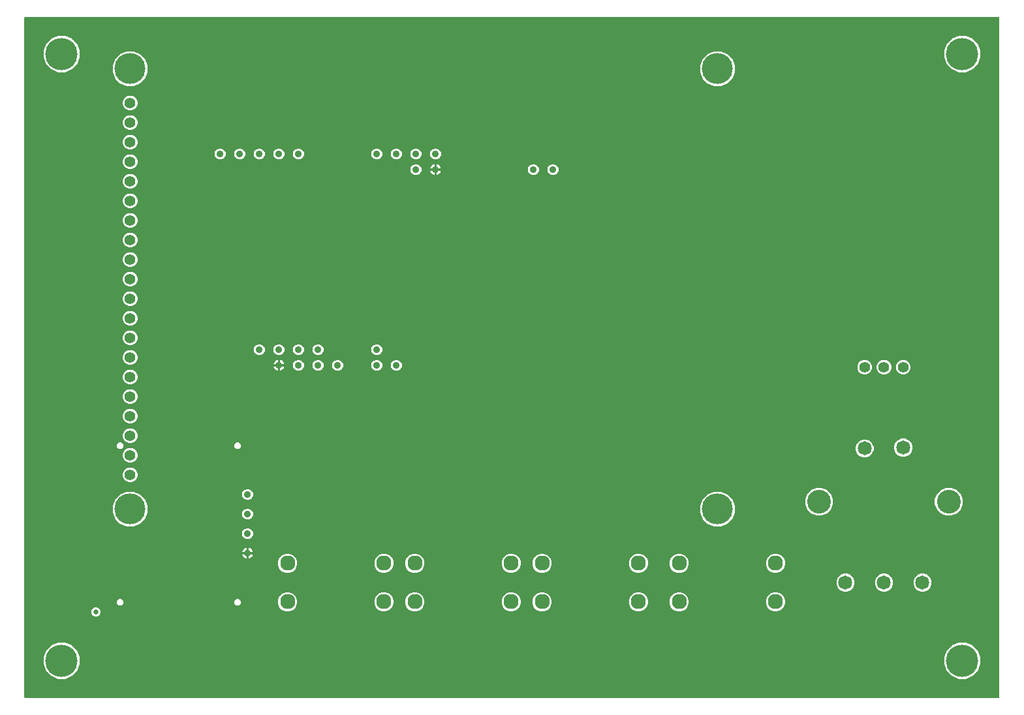
<source format=gbr>
G04 EAGLE Gerber RS-274X export*
G75*
%MOMM*%
%FSLAX34Y34*%
%LPD*%
%INCopper Layer 15*%
%IPPOS*%
%AMOC8*
5,1,8,0,0,1.08239X$1,22.5*%
G01*
%ADD10C,1.960000*%
%ADD11C,1.400000*%
%ADD12C,0.904800*%
%ADD13C,1.820000*%
%ADD14C,3.080000*%
%ADD15C,4.016000*%
%ADD16C,4.191000*%
%ADD17C,0.654800*%

G36*
X1266308Y2556D02*
X1266308Y2556D01*
X1266427Y2563D01*
X1266465Y2576D01*
X1266506Y2581D01*
X1266616Y2624D01*
X1266729Y2661D01*
X1266764Y2683D01*
X1266801Y2698D01*
X1266897Y2767D01*
X1266998Y2831D01*
X1267026Y2861D01*
X1267059Y2884D01*
X1267135Y2976D01*
X1267216Y3063D01*
X1267236Y3098D01*
X1267261Y3129D01*
X1267312Y3237D01*
X1267370Y3341D01*
X1267380Y3381D01*
X1267397Y3417D01*
X1267419Y3534D01*
X1267449Y3649D01*
X1267453Y3709D01*
X1267457Y3729D01*
X1267455Y3750D01*
X1267459Y3810D01*
X1267459Y885190D01*
X1267444Y885308D01*
X1267437Y885427D01*
X1267424Y885465D01*
X1267419Y885506D01*
X1267376Y885616D01*
X1267339Y885729D01*
X1267317Y885764D01*
X1267302Y885801D01*
X1267233Y885897D01*
X1267169Y885998D01*
X1267139Y886026D01*
X1267116Y886059D01*
X1267024Y886135D01*
X1266937Y886216D01*
X1266902Y886236D01*
X1266871Y886261D01*
X1266763Y886312D01*
X1266659Y886370D01*
X1266619Y886380D01*
X1266583Y886397D01*
X1266466Y886419D01*
X1266351Y886449D01*
X1266291Y886453D01*
X1266271Y886457D01*
X1266250Y886455D01*
X1266190Y886459D01*
X3810Y886459D01*
X3692Y886444D01*
X3573Y886437D01*
X3535Y886424D01*
X3494Y886419D01*
X3384Y886376D01*
X3271Y886339D01*
X3236Y886317D01*
X3199Y886302D01*
X3103Y886233D01*
X3002Y886169D01*
X2974Y886139D01*
X2941Y886116D01*
X2865Y886024D01*
X2784Y885937D01*
X2764Y885902D01*
X2739Y885871D01*
X2688Y885763D01*
X2630Y885659D01*
X2620Y885619D01*
X2603Y885583D01*
X2581Y885466D01*
X2551Y885351D01*
X2547Y885291D01*
X2543Y885271D01*
X2545Y885250D01*
X2541Y885190D01*
X2541Y3810D01*
X2556Y3692D01*
X2563Y3573D01*
X2576Y3535D01*
X2581Y3494D01*
X2624Y3384D01*
X2661Y3271D01*
X2683Y3236D01*
X2698Y3199D01*
X2767Y3103D01*
X2831Y3002D01*
X2861Y2974D01*
X2884Y2941D01*
X2976Y2865D01*
X3063Y2784D01*
X3098Y2764D01*
X3129Y2739D01*
X3237Y2688D01*
X3341Y2630D01*
X3381Y2620D01*
X3417Y2603D01*
X3534Y2581D01*
X3649Y2551D01*
X3709Y2547D01*
X3729Y2543D01*
X3750Y2545D01*
X3810Y2541D01*
X1266190Y2541D01*
X1266308Y2556D01*
G37*
%LPC*%
G36*
X1214526Y814704D02*
X1214526Y814704D01*
X1205891Y818281D01*
X1199281Y824891D01*
X1195704Y833526D01*
X1195704Y842874D01*
X1199281Y851509D01*
X1205891Y858119D01*
X1214526Y861696D01*
X1223874Y861696D01*
X1232509Y858119D01*
X1239119Y851509D01*
X1242696Y842874D01*
X1242696Y833526D01*
X1239119Y824891D01*
X1232509Y818281D01*
X1223874Y814704D01*
X1214526Y814704D01*
G37*
%LPD*%
%LPC*%
G36*
X46126Y814704D02*
X46126Y814704D01*
X37491Y818281D01*
X30881Y824891D01*
X27304Y833526D01*
X27304Y842874D01*
X30881Y851509D01*
X37491Y858119D01*
X46126Y861696D01*
X55474Y861696D01*
X64109Y858119D01*
X70719Y851509D01*
X74296Y842874D01*
X74296Y833526D01*
X70719Y824891D01*
X64109Y818281D01*
X55474Y814704D01*
X46126Y814704D01*
G37*
%LPD*%
%LPC*%
G36*
X46126Y27304D02*
X46126Y27304D01*
X37491Y30881D01*
X30881Y37491D01*
X27304Y46126D01*
X27304Y55474D01*
X30881Y64109D01*
X37491Y70719D01*
X46126Y74296D01*
X55474Y74296D01*
X64109Y70719D01*
X70719Y64109D01*
X74296Y55474D01*
X74296Y46126D01*
X70719Y37491D01*
X64109Y30881D01*
X55474Y27304D01*
X46126Y27304D01*
G37*
%LPD*%
%LPC*%
G36*
X1214526Y27304D02*
X1214526Y27304D01*
X1205891Y30881D01*
X1199281Y37491D01*
X1195704Y46126D01*
X1195704Y55474D01*
X1199281Y64109D01*
X1205891Y70719D01*
X1214526Y74296D01*
X1223874Y74296D01*
X1232509Y70719D01*
X1239119Y64109D01*
X1242696Y55474D01*
X1242696Y46126D01*
X1239119Y37491D01*
X1232509Y30881D01*
X1223874Y27304D01*
X1214526Y27304D01*
G37*
%LPD*%
%LPC*%
G36*
X897200Y796529D02*
X897200Y796529D01*
X888886Y799973D01*
X882523Y806336D01*
X879079Y814650D01*
X879079Y823650D01*
X882523Y831964D01*
X888886Y838327D01*
X897200Y841771D01*
X906200Y841771D01*
X914514Y838327D01*
X920877Y831964D01*
X924321Y823650D01*
X924321Y814650D01*
X920877Y806336D01*
X914514Y799973D01*
X906200Y796529D01*
X897200Y796529D01*
G37*
%LPD*%
%LPC*%
G36*
X135200Y796529D02*
X135200Y796529D01*
X126886Y799973D01*
X120523Y806336D01*
X117079Y814650D01*
X117079Y823650D01*
X120523Y831964D01*
X126886Y838327D01*
X135200Y841771D01*
X144200Y841771D01*
X152514Y838327D01*
X158877Y831964D01*
X162321Y823650D01*
X162321Y814650D01*
X158877Y806336D01*
X152514Y799973D01*
X144200Y796529D01*
X135200Y796529D01*
G37*
%LPD*%
%LPC*%
G36*
X135200Y225029D02*
X135200Y225029D01*
X126886Y228473D01*
X120523Y234836D01*
X117079Y243150D01*
X117079Y252150D01*
X120523Y260464D01*
X126886Y266827D01*
X135200Y270271D01*
X144200Y270271D01*
X152514Y266827D01*
X158877Y260464D01*
X162321Y252150D01*
X162321Y243150D01*
X158877Y234836D01*
X152514Y228473D01*
X144200Y225029D01*
X135200Y225029D01*
G37*
%LPD*%
%LPC*%
G36*
X897200Y225029D02*
X897200Y225029D01*
X888886Y228473D01*
X882523Y234836D01*
X879079Y243150D01*
X879079Y252150D01*
X882523Y260464D01*
X888886Y266827D01*
X897200Y270271D01*
X906200Y270271D01*
X914514Y266827D01*
X920877Y260464D01*
X924321Y252150D01*
X924321Y243150D01*
X920877Y234836D01*
X914514Y228473D01*
X906200Y225029D01*
X897200Y225029D01*
G37*
%LPD*%
%LPC*%
G36*
X1030031Y239459D02*
X1030031Y239459D01*
X1023437Y242191D01*
X1018391Y247237D01*
X1015659Y253831D01*
X1015659Y260969D01*
X1018391Y267563D01*
X1023437Y272609D01*
X1030031Y275341D01*
X1037169Y275341D01*
X1043763Y272609D01*
X1048809Y267563D01*
X1051541Y260969D01*
X1051541Y253831D01*
X1048809Y247237D01*
X1043763Y242191D01*
X1037169Y239459D01*
X1030031Y239459D01*
G37*
%LPD*%
%LPC*%
G36*
X1198031Y239459D02*
X1198031Y239459D01*
X1191437Y242191D01*
X1186391Y247237D01*
X1183659Y253831D01*
X1183659Y260969D01*
X1186391Y267563D01*
X1191437Y272609D01*
X1198031Y275341D01*
X1205169Y275341D01*
X1211763Y272609D01*
X1216809Y267563D01*
X1219541Y260969D01*
X1219541Y253831D01*
X1216809Y247237D01*
X1211763Y242191D01*
X1205169Y239459D01*
X1198031Y239459D01*
G37*
%LPD*%
%LPC*%
G36*
X671645Y115059D02*
X671645Y115059D01*
X667110Y116938D01*
X663638Y120410D01*
X661759Y124945D01*
X661759Y129855D01*
X663638Y134390D01*
X667110Y137862D01*
X671645Y139741D01*
X676555Y139741D01*
X681090Y137862D01*
X684562Y134390D01*
X686441Y129855D01*
X686441Y124945D01*
X684562Y120410D01*
X681090Y116938D01*
X676555Y115059D01*
X671645Y115059D01*
G37*
%LPD*%
%LPC*%
G36*
X341445Y165059D02*
X341445Y165059D01*
X336910Y166938D01*
X333438Y170410D01*
X331559Y174945D01*
X331559Y179855D01*
X333438Y184390D01*
X336910Y187862D01*
X341445Y189741D01*
X346355Y189741D01*
X350890Y187862D01*
X354362Y184390D01*
X356241Y179855D01*
X356241Y174945D01*
X354362Y170410D01*
X350890Y166938D01*
X346355Y165059D01*
X341445Y165059D01*
G37*
%LPD*%
%LPC*%
G36*
X466445Y165059D02*
X466445Y165059D01*
X461910Y166938D01*
X458438Y170410D01*
X456559Y174945D01*
X456559Y179855D01*
X458438Y184390D01*
X461910Y187862D01*
X466445Y189741D01*
X471355Y189741D01*
X475890Y187862D01*
X479362Y184390D01*
X481241Y179855D01*
X481241Y174945D01*
X479362Y170410D01*
X475890Y166938D01*
X471355Y165059D01*
X466445Y165059D01*
G37*
%LPD*%
%LPC*%
G36*
X974445Y165059D02*
X974445Y165059D01*
X969910Y166938D01*
X966438Y170410D01*
X964559Y174945D01*
X964559Y179855D01*
X966438Y184390D01*
X969910Y187862D01*
X974445Y189741D01*
X979355Y189741D01*
X983890Y187862D01*
X987362Y184390D01*
X989241Y179855D01*
X989241Y174945D01*
X987362Y170410D01*
X983890Y166938D01*
X979355Y165059D01*
X974445Y165059D01*
G37*
%LPD*%
%LPC*%
G36*
X849445Y165059D02*
X849445Y165059D01*
X844910Y166938D01*
X841438Y170410D01*
X839559Y174945D01*
X839559Y179855D01*
X841438Y184390D01*
X844910Y187862D01*
X849445Y189741D01*
X854355Y189741D01*
X858890Y187862D01*
X862362Y184390D01*
X864241Y179855D01*
X864241Y174945D01*
X862362Y170410D01*
X858890Y166938D01*
X854355Y165059D01*
X849445Y165059D01*
G37*
%LPD*%
%LPC*%
G36*
X796645Y165059D02*
X796645Y165059D01*
X792110Y166938D01*
X788638Y170410D01*
X786759Y174945D01*
X786759Y179855D01*
X788638Y184390D01*
X792110Y187862D01*
X796645Y189741D01*
X801555Y189741D01*
X806090Y187862D01*
X809562Y184390D01*
X811441Y179855D01*
X811441Y174945D01*
X809562Y170410D01*
X806090Y166938D01*
X801555Y165059D01*
X796645Y165059D01*
G37*
%LPD*%
%LPC*%
G36*
X671645Y165059D02*
X671645Y165059D01*
X667110Y166938D01*
X663638Y170410D01*
X661759Y174945D01*
X661759Y179855D01*
X663638Y184390D01*
X667110Y187862D01*
X671645Y189741D01*
X676555Y189741D01*
X681090Y187862D01*
X684562Y184390D01*
X686441Y179855D01*
X686441Y174945D01*
X684562Y170410D01*
X681090Y166938D01*
X676555Y165059D01*
X671645Y165059D01*
G37*
%LPD*%
%LPC*%
G36*
X631545Y165059D02*
X631545Y165059D01*
X627010Y166938D01*
X623538Y170410D01*
X621659Y174945D01*
X621659Y179855D01*
X623538Y184390D01*
X627010Y187862D01*
X631545Y189741D01*
X636455Y189741D01*
X640990Y187862D01*
X644462Y184390D01*
X646341Y179855D01*
X646341Y174945D01*
X644462Y170410D01*
X640990Y166938D01*
X636455Y165059D01*
X631545Y165059D01*
G37*
%LPD*%
%LPC*%
G36*
X506545Y165059D02*
X506545Y165059D01*
X502010Y166938D01*
X498538Y170410D01*
X496659Y174945D01*
X496659Y179855D01*
X498538Y184390D01*
X502010Y187862D01*
X506545Y189741D01*
X511455Y189741D01*
X515990Y187862D01*
X519462Y184390D01*
X521341Y179855D01*
X521341Y174945D01*
X519462Y170410D01*
X515990Y166938D01*
X511455Y165059D01*
X506545Y165059D01*
G37*
%LPD*%
%LPC*%
G36*
X849445Y115059D02*
X849445Y115059D01*
X844910Y116938D01*
X841438Y120410D01*
X839559Y124945D01*
X839559Y129855D01*
X841438Y134390D01*
X844910Y137862D01*
X849445Y139741D01*
X854355Y139741D01*
X858890Y137862D01*
X862362Y134390D01*
X864241Y129855D01*
X864241Y124945D01*
X862362Y120410D01*
X858890Y116938D01*
X854355Y115059D01*
X849445Y115059D01*
G37*
%LPD*%
%LPC*%
G36*
X796645Y115059D02*
X796645Y115059D01*
X792110Y116938D01*
X788638Y120410D01*
X786759Y124945D01*
X786759Y129855D01*
X788638Y134390D01*
X792110Y137862D01*
X796645Y139741D01*
X801555Y139741D01*
X806090Y137862D01*
X809562Y134390D01*
X811441Y129855D01*
X811441Y124945D01*
X809562Y120410D01*
X806090Y116938D01*
X801555Y115059D01*
X796645Y115059D01*
G37*
%LPD*%
%LPC*%
G36*
X631545Y115059D02*
X631545Y115059D01*
X627010Y116938D01*
X623538Y120410D01*
X621659Y124945D01*
X621659Y129855D01*
X623538Y134390D01*
X627010Y137862D01*
X631545Y139741D01*
X636455Y139741D01*
X640990Y137862D01*
X644462Y134390D01*
X646341Y129855D01*
X646341Y124945D01*
X644462Y120410D01*
X640990Y116938D01*
X636455Y115059D01*
X631545Y115059D01*
G37*
%LPD*%
%LPC*%
G36*
X506545Y115059D02*
X506545Y115059D01*
X502010Y116938D01*
X498538Y120410D01*
X496659Y124945D01*
X496659Y129855D01*
X498538Y134390D01*
X502010Y137862D01*
X506545Y139741D01*
X511455Y139741D01*
X515990Y137862D01*
X519462Y134390D01*
X521341Y129855D01*
X521341Y124945D01*
X519462Y120410D01*
X515990Y116938D01*
X511455Y115059D01*
X506545Y115059D01*
G37*
%LPD*%
%LPC*%
G36*
X466445Y115059D02*
X466445Y115059D01*
X461910Y116938D01*
X458438Y120410D01*
X456559Y124945D01*
X456559Y129855D01*
X458438Y134390D01*
X461910Y137862D01*
X466445Y139741D01*
X471355Y139741D01*
X475890Y137862D01*
X479362Y134390D01*
X481241Y129855D01*
X481241Y124945D01*
X479362Y120410D01*
X475890Y116938D01*
X471355Y115059D01*
X466445Y115059D01*
G37*
%LPD*%
%LPC*%
G36*
X341445Y115059D02*
X341445Y115059D01*
X336910Y116938D01*
X333438Y120410D01*
X331559Y124945D01*
X331559Y129855D01*
X333438Y134390D01*
X336910Y137862D01*
X341445Y139741D01*
X346355Y139741D01*
X350890Y137862D01*
X354362Y134390D01*
X356241Y129855D01*
X356241Y124945D01*
X354362Y120410D01*
X350890Y116938D01*
X346355Y115059D01*
X341445Y115059D01*
G37*
%LPD*%
%LPC*%
G36*
X974445Y115059D02*
X974445Y115059D01*
X969910Y116938D01*
X966438Y120410D01*
X964559Y124945D01*
X964559Y129855D01*
X966438Y134390D01*
X969910Y137862D01*
X974445Y139741D01*
X979355Y139741D01*
X983890Y137862D01*
X987362Y134390D01*
X989241Y129855D01*
X989241Y124945D01*
X987362Y120410D01*
X983890Y116938D01*
X979355Y115059D01*
X974445Y115059D01*
G37*
%LPD*%
%LPC*%
G36*
X1165284Y140759D02*
X1165284Y140759D01*
X1161006Y142531D01*
X1157731Y145806D01*
X1155959Y150084D01*
X1155959Y154716D01*
X1157731Y158994D01*
X1161006Y162269D01*
X1165284Y164041D01*
X1169916Y164041D01*
X1174194Y162269D01*
X1177469Y158994D01*
X1179241Y154716D01*
X1179241Y150084D01*
X1177469Y145806D01*
X1174194Y142531D01*
X1169916Y140759D01*
X1165284Y140759D01*
G37*
%LPD*%
%LPC*%
G36*
X1115284Y140759D02*
X1115284Y140759D01*
X1111006Y142531D01*
X1107731Y145806D01*
X1105959Y150084D01*
X1105959Y154716D01*
X1107731Y158994D01*
X1111006Y162269D01*
X1115284Y164041D01*
X1119916Y164041D01*
X1124194Y162269D01*
X1127469Y158994D01*
X1129241Y154716D01*
X1129241Y150084D01*
X1127469Y145806D01*
X1124194Y142531D01*
X1119916Y140759D01*
X1115284Y140759D01*
G37*
%LPD*%
%LPC*%
G36*
X1065284Y140759D02*
X1065284Y140759D01*
X1061006Y142531D01*
X1057731Y145806D01*
X1055959Y150084D01*
X1055959Y154716D01*
X1057731Y158994D01*
X1061006Y162269D01*
X1065284Y164041D01*
X1069916Y164041D01*
X1074194Y162269D01*
X1077469Y158994D01*
X1079241Y154716D01*
X1079241Y150084D01*
X1077469Y145806D01*
X1074194Y142531D01*
X1069916Y140759D01*
X1065284Y140759D01*
G37*
%LPD*%
%LPC*%
G36*
X1140284Y315759D02*
X1140284Y315759D01*
X1136006Y317531D01*
X1132731Y320806D01*
X1130959Y325084D01*
X1130959Y329716D01*
X1132731Y333994D01*
X1136006Y337269D01*
X1140284Y339041D01*
X1144916Y339041D01*
X1149194Y337269D01*
X1152469Y333994D01*
X1154241Y329716D01*
X1154241Y325084D01*
X1152469Y320806D01*
X1149194Y317531D01*
X1144916Y315759D01*
X1140284Y315759D01*
G37*
%LPD*%
%LPC*%
G36*
X1090284Y314759D02*
X1090284Y314759D01*
X1086006Y316531D01*
X1082731Y319806D01*
X1080959Y324084D01*
X1080959Y328716D01*
X1082731Y332994D01*
X1086006Y336269D01*
X1090284Y338041D01*
X1094916Y338041D01*
X1099194Y336269D01*
X1102469Y332994D01*
X1104241Y328716D01*
X1104241Y324084D01*
X1102469Y319806D01*
X1099194Y316531D01*
X1094916Y314759D01*
X1090284Y314759D01*
G37*
%LPD*%
%LPC*%
G36*
X137802Y765159D02*
X137802Y765159D01*
X134296Y766612D01*
X131612Y769296D01*
X130159Y772802D01*
X130159Y776598D01*
X131612Y780104D01*
X134296Y782788D01*
X137802Y784241D01*
X141598Y784241D01*
X145104Y782788D01*
X147788Y780104D01*
X149241Y776598D01*
X149241Y772802D01*
X147788Y769296D01*
X145104Y766612D01*
X141598Y765159D01*
X137802Y765159D01*
G37*
%LPD*%
%LPC*%
G36*
X137802Y714359D02*
X137802Y714359D01*
X134296Y715812D01*
X131612Y718496D01*
X130159Y722002D01*
X130159Y725798D01*
X131612Y729304D01*
X134296Y731988D01*
X137802Y733441D01*
X141598Y733441D01*
X145104Y731988D01*
X147788Y729304D01*
X149241Y725798D01*
X149241Y722002D01*
X147788Y718496D01*
X145104Y715812D01*
X141598Y714359D01*
X137802Y714359D01*
G37*
%LPD*%
%LPC*%
G36*
X137802Y587359D02*
X137802Y587359D01*
X134296Y588812D01*
X131612Y591496D01*
X130159Y595002D01*
X130159Y598798D01*
X131612Y602304D01*
X134296Y604988D01*
X137802Y606441D01*
X141598Y606441D01*
X145104Y604988D01*
X147788Y602304D01*
X149241Y598798D01*
X149241Y595002D01*
X147788Y591496D01*
X145104Y588812D01*
X141598Y587359D01*
X137802Y587359D01*
G37*
%LPD*%
%LPC*%
G36*
X137802Y561959D02*
X137802Y561959D01*
X134296Y563412D01*
X131612Y566096D01*
X130159Y569602D01*
X130159Y573398D01*
X131612Y576904D01*
X134296Y579588D01*
X137802Y581041D01*
X141598Y581041D01*
X145104Y579588D01*
X147788Y576904D01*
X149241Y573398D01*
X149241Y569602D01*
X147788Y566096D01*
X145104Y563412D01*
X141598Y561959D01*
X137802Y561959D01*
G37*
%LPD*%
%LPC*%
G36*
X137802Y536559D02*
X137802Y536559D01*
X134296Y538012D01*
X131612Y540696D01*
X130159Y544202D01*
X130159Y547998D01*
X131612Y551504D01*
X134296Y554188D01*
X137802Y555641D01*
X141598Y555641D01*
X145104Y554188D01*
X147788Y551504D01*
X149241Y547998D01*
X149241Y544202D01*
X147788Y540696D01*
X145104Y538012D01*
X141598Y536559D01*
X137802Y536559D01*
G37*
%LPD*%
%LPC*%
G36*
X137802Y511159D02*
X137802Y511159D01*
X134296Y512612D01*
X131612Y515296D01*
X130159Y518802D01*
X130159Y522598D01*
X131612Y526104D01*
X134296Y528788D01*
X137802Y530241D01*
X141598Y530241D01*
X145104Y528788D01*
X147788Y526104D01*
X149241Y522598D01*
X149241Y518802D01*
X147788Y515296D01*
X145104Y512612D01*
X141598Y511159D01*
X137802Y511159D01*
G37*
%LPD*%
%LPC*%
G36*
X137802Y739759D02*
X137802Y739759D01*
X134296Y741212D01*
X131612Y743896D01*
X130159Y747402D01*
X130159Y751198D01*
X131612Y754704D01*
X134296Y757388D01*
X137802Y758841D01*
X141598Y758841D01*
X145104Y757388D01*
X147788Y754704D01*
X149241Y751198D01*
X149241Y747402D01*
X147788Y743896D01*
X145104Y741212D01*
X141598Y739759D01*
X137802Y739759D01*
G37*
%LPD*%
%LPC*%
G36*
X137802Y485759D02*
X137802Y485759D01*
X134296Y487212D01*
X131612Y489896D01*
X130159Y493402D01*
X130159Y497198D01*
X131612Y500704D01*
X134296Y503388D01*
X137802Y504841D01*
X141598Y504841D01*
X145104Y503388D01*
X147788Y500704D01*
X149241Y497198D01*
X149241Y493402D01*
X147788Y489896D01*
X145104Y487212D01*
X141598Y485759D01*
X137802Y485759D01*
G37*
%LPD*%
%LPC*%
G36*
X137802Y460359D02*
X137802Y460359D01*
X134296Y461812D01*
X131612Y464496D01*
X130159Y468002D01*
X130159Y471798D01*
X131612Y475304D01*
X134296Y477988D01*
X137802Y479441D01*
X141598Y479441D01*
X145104Y477988D01*
X147788Y475304D01*
X149241Y471798D01*
X149241Y468002D01*
X147788Y464496D01*
X145104Y461812D01*
X141598Y460359D01*
X137802Y460359D01*
G37*
%LPD*%
%LPC*%
G36*
X137802Y434959D02*
X137802Y434959D01*
X134296Y436412D01*
X131612Y439096D01*
X130159Y442602D01*
X130159Y446398D01*
X131612Y449904D01*
X134296Y452588D01*
X137802Y454041D01*
X141598Y454041D01*
X145104Y452588D01*
X147788Y449904D01*
X149241Y446398D01*
X149241Y442602D01*
X147788Y439096D01*
X145104Y436412D01*
X141598Y434959D01*
X137802Y434959D01*
G37*
%LPD*%
%LPC*%
G36*
X1090702Y422259D02*
X1090702Y422259D01*
X1087196Y423712D01*
X1084512Y426396D01*
X1083059Y429902D01*
X1083059Y433698D01*
X1084512Y437204D01*
X1087196Y439888D01*
X1090702Y441341D01*
X1094498Y441341D01*
X1098004Y439888D01*
X1100688Y437204D01*
X1102141Y433698D01*
X1102141Y429902D01*
X1100688Y426396D01*
X1098004Y423712D01*
X1094498Y422259D01*
X1090702Y422259D01*
G37*
%LPD*%
%LPC*%
G36*
X137802Y688959D02*
X137802Y688959D01*
X134296Y690412D01*
X131612Y693096D01*
X130159Y696602D01*
X130159Y700398D01*
X131612Y703904D01*
X134296Y706588D01*
X137802Y708041D01*
X141598Y708041D01*
X145104Y706588D01*
X147788Y703904D01*
X149241Y700398D01*
X149241Y696602D01*
X147788Y693096D01*
X145104Y690412D01*
X141598Y688959D01*
X137802Y688959D01*
G37*
%LPD*%
%LPC*%
G36*
X137802Y307959D02*
X137802Y307959D01*
X134296Y309412D01*
X131612Y312096D01*
X130159Y315602D01*
X130159Y319398D01*
X131612Y322904D01*
X134296Y325588D01*
X137802Y327041D01*
X141598Y327041D01*
X145104Y325588D01*
X147788Y322904D01*
X149241Y319398D01*
X149241Y315602D01*
X147788Y312096D01*
X145104Y309412D01*
X141598Y307959D01*
X137802Y307959D01*
G37*
%LPD*%
%LPC*%
G36*
X1140702Y422259D02*
X1140702Y422259D01*
X1137196Y423712D01*
X1134512Y426396D01*
X1133059Y429902D01*
X1133059Y433698D01*
X1134512Y437204D01*
X1137196Y439888D01*
X1140702Y441341D01*
X1144498Y441341D01*
X1148004Y439888D01*
X1150688Y437204D01*
X1152141Y433698D01*
X1152141Y429902D01*
X1150688Y426396D01*
X1148004Y423712D01*
X1144498Y422259D01*
X1140702Y422259D01*
G37*
%LPD*%
%LPC*%
G36*
X1115702Y422259D02*
X1115702Y422259D01*
X1112196Y423712D01*
X1109512Y426396D01*
X1108059Y429902D01*
X1108059Y433698D01*
X1109512Y437204D01*
X1112196Y439888D01*
X1115702Y441341D01*
X1119498Y441341D01*
X1123004Y439888D01*
X1125688Y437204D01*
X1127141Y433698D01*
X1127141Y429902D01*
X1125688Y426396D01*
X1123004Y423712D01*
X1119498Y422259D01*
X1115702Y422259D01*
G37*
%LPD*%
%LPC*%
G36*
X137802Y409559D02*
X137802Y409559D01*
X134296Y411012D01*
X131612Y413696D01*
X130159Y417202D01*
X130159Y420998D01*
X131612Y424504D01*
X134296Y427188D01*
X137802Y428641D01*
X141598Y428641D01*
X145104Y427188D01*
X147788Y424504D01*
X149241Y420998D01*
X149241Y417202D01*
X147788Y413696D01*
X145104Y411012D01*
X141598Y409559D01*
X137802Y409559D01*
G37*
%LPD*%
%LPC*%
G36*
X137802Y384159D02*
X137802Y384159D01*
X134296Y385612D01*
X131612Y388296D01*
X130159Y391802D01*
X130159Y395598D01*
X131612Y399104D01*
X134296Y401788D01*
X137802Y403241D01*
X141598Y403241D01*
X145104Y401788D01*
X147788Y399104D01*
X149241Y395598D01*
X149241Y391802D01*
X147788Y388296D01*
X145104Y385612D01*
X141598Y384159D01*
X137802Y384159D01*
G37*
%LPD*%
%LPC*%
G36*
X137802Y333359D02*
X137802Y333359D01*
X134296Y334812D01*
X131612Y337496D01*
X130159Y341002D01*
X130159Y344798D01*
X131612Y348304D01*
X134296Y350988D01*
X137802Y352441D01*
X141598Y352441D01*
X145104Y350988D01*
X147788Y348304D01*
X149241Y344798D01*
X149241Y341002D01*
X147788Y337496D01*
X145104Y334812D01*
X141598Y333359D01*
X137802Y333359D01*
G37*
%LPD*%
%LPC*%
G36*
X137802Y282559D02*
X137802Y282559D01*
X134296Y284012D01*
X131612Y286696D01*
X130159Y290202D01*
X130159Y293998D01*
X131612Y297504D01*
X134296Y300188D01*
X137802Y301641D01*
X141598Y301641D01*
X145104Y300188D01*
X147788Y297504D01*
X149241Y293998D01*
X149241Y290202D01*
X147788Y286696D01*
X145104Y284012D01*
X141598Y282559D01*
X137802Y282559D01*
G37*
%LPD*%
%LPC*%
G36*
X137802Y638159D02*
X137802Y638159D01*
X134296Y639612D01*
X131612Y642296D01*
X130159Y645802D01*
X130159Y649598D01*
X131612Y653104D01*
X134296Y655788D01*
X137802Y657241D01*
X141598Y657241D01*
X145104Y655788D01*
X147788Y653104D01*
X149241Y649598D01*
X149241Y645802D01*
X147788Y642296D01*
X145104Y639612D01*
X141598Y638159D01*
X137802Y638159D01*
G37*
%LPD*%
%LPC*%
G36*
X137802Y663559D02*
X137802Y663559D01*
X134296Y665012D01*
X131612Y667696D01*
X130159Y671202D01*
X130159Y674998D01*
X131612Y678504D01*
X134296Y681188D01*
X137802Y682641D01*
X141598Y682641D01*
X145104Y681188D01*
X147788Y678504D01*
X149241Y674998D01*
X149241Y671202D01*
X147788Y667696D01*
X145104Y665012D01*
X141598Y663559D01*
X137802Y663559D01*
G37*
%LPD*%
%LPC*%
G36*
X137802Y358759D02*
X137802Y358759D01*
X134296Y360212D01*
X131612Y362896D01*
X130159Y366402D01*
X130159Y370198D01*
X131612Y373704D01*
X134296Y376388D01*
X137802Y377841D01*
X141598Y377841D01*
X145104Y376388D01*
X147788Y373704D01*
X149241Y370198D01*
X149241Y366402D01*
X147788Y362896D01*
X145104Y360212D01*
X141598Y358759D01*
X137802Y358759D01*
G37*
%LPD*%
%LPC*%
G36*
X137802Y612759D02*
X137802Y612759D01*
X134296Y614212D01*
X131612Y616896D01*
X130159Y620402D01*
X130159Y624198D01*
X131612Y627704D01*
X134296Y630388D01*
X137802Y631841D01*
X141598Y631841D01*
X145104Y630388D01*
X147788Y627704D01*
X149241Y624198D01*
X149241Y620402D01*
X147788Y616896D01*
X145104Y614212D01*
X141598Y612759D01*
X137802Y612759D01*
G37*
%LPD*%
%LPC*%
G36*
X305935Y701595D02*
X305935Y701595D01*
X303338Y702671D01*
X301351Y704658D01*
X300275Y707255D01*
X300275Y710065D01*
X301351Y712662D01*
X303338Y714649D01*
X305935Y715725D01*
X308745Y715725D01*
X311342Y714649D01*
X313329Y712662D01*
X314405Y710065D01*
X314405Y707255D01*
X313329Y704658D01*
X311342Y702671D01*
X308745Y701595D01*
X305935Y701595D01*
G37*
%LPD*%
%LPC*%
G36*
X280535Y701595D02*
X280535Y701595D01*
X277938Y702671D01*
X275951Y704658D01*
X274875Y707255D01*
X274875Y710065D01*
X275951Y712662D01*
X277938Y714649D01*
X280535Y715725D01*
X283345Y715725D01*
X285942Y714649D01*
X287929Y712662D01*
X289005Y710065D01*
X289005Y707255D01*
X287929Y704658D01*
X285942Y702671D01*
X283345Y701595D01*
X280535Y701595D01*
G37*
%LPD*%
%LPC*%
G36*
X290695Y234235D02*
X290695Y234235D01*
X288098Y235311D01*
X286111Y237298D01*
X285035Y239895D01*
X285035Y242705D01*
X286111Y245302D01*
X288098Y247289D01*
X290695Y248365D01*
X293505Y248365D01*
X296102Y247289D01*
X298089Y245302D01*
X299165Y242705D01*
X299165Y239895D01*
X298089Y237298D01*
X296102Y235311D01*
X293505Y234235D01*
X290695Y234235D01*
G37*
%LPD*%
%LPC*%
G36*
X290695Y208835D02*
X290695Y208835D01*
X288098Y209911D01*
X286111Y211898D01*
X285035Y214495D01*
X285035Y217305D01*
X286111Y219902D01*
X288098Y221889D01*
X290695Y222965D01*
X293505Y222965D01*
X296102Y221889D01*
X298089Y219902D01*
X299165Y217305D01*
X299165Y214495D01*
X298089Y211898D01*
X296102Y209911D01*
X293505Y208835D01*
X290695Y208835D01*
G37*
%LPD*%
%LPC*%
G36*
X255135Y701595D02*
X255135Y701595D01*
X252538Y702671D01*
X250551Y704658D01*
X249475Y707255D01*
X249475Y710065D01*
X250551Y712662D01*
X252538Y714649D01*
X255135Y715725D01*
X257945Y715725D01*
X260542Y714649D01*
X262529Y712662D01*
X263605Y710065D01*
X263605Y707255D01*
X262529Y704658D01*
X260542Y702671D01*
X257945Y701595D01*
X255135Y701595D01*
G37*
%LPD*%
%LPC*%
G36*
X661535Y681275D02*
X661535Y681275D01*
X658938Y682351D01*
X656951Y684338D01*
X655875Y686935D01*
X655875Y689745D01*
X656951Y692342D01*
X658938Y694329D01*
X661535Y695405D01*
X664345Y695405D01*
X666942Y694329D01*
X668929Y692342D01*
X670005Y689745D01*
X670005Y686935D01*
X668929Y684338D01*
X666942Y682351D01*
X664345Y681275D01*
X661535Y681275D01*
G37*
%LPD*%
%LPC*%
G36*
X509135Y681275D02*
X509135Y681275D01*
X506538Y682351D01*
X504551Y684338D01*
X503475Y686935D01*
X503475Y689745D01*
X504551Y692342D01*
X506538Y694329D01*
X509135Y695405D01*
X511945Y695405D01*
X514542Y694329D01*
X516529Y692342D01*
X517605Y689745D01*
X517605Y686935D01*
X516529Y684338D01*
X514542Y682351D01*
X511945Y681275D01*
X509135Y681275D01*
G37*
%LPD*%
%LPC*%
G36*
X686935Y681275D02*
X686935Y681275D01*
X684338Y682351D01*
X682351Y684338D01*
X681275Y686935D01*
X681275Y689745D01*
X682351Y692342D01*
X684338Y694329D01*
X686935Y695405D01*
X689745Y695405D01*
X692342Y694329D01*
X694329Y692342D01*
X695405Y689745D01*
X695405Y686935D01*
X694329Y684338D01*
X692342Y682351D01*
X689745Y681275D01*
X686935Y681275D01*
G37*
%LPD*%
%LPC*%
G36*
X458335Y447595D02*
X458335Y447595D01*
X455738Y448671D01*
X453751Y450658D01*
X452675Y453255D01*
X452675Y456065D01*
X453751Y458662D01*
X455738Y460649D01*
X458335Y461725D01*
X461145Y461725D01*
X463742Y460649D01*
X465729Y458662D01*
X466805Y456065D01*
X466805Y453255D01*
X465729Y450658D01*
X463742Y448671D01*
X461145Y447595D01*
X458335Y447595D01*
G37*
%LPD*%
%LPC*%
G36*
X382135Y447595D02*
X382135Y447595D01*
X379538Y448671D01*
X377551Y450658D01*
X376475Y453255D01*
X376475Y456065D01*
X377551Y458662D01*
X379538Y460649D01*
X382135Y461725D01*
X384945Y461725D01*
X387542Y460649D01*
X389529Y458662D01*
X390605Y456065D01*
X390605Y453255D01*
X389529Y450658D01*
X387542Y448671D01*
X384945Y447595D01*
X382135Y447595D01*
G37*
%LPD*%
%LPC*%
G36*
X331335Y447595D02*
X331335Y447595D01*
X328738Y448671D01*
X326751Y450658D01*
X325675Y453255D01*
X325675Y456065D01*
X326751Y458662D01*
X328738Y460649D01*
X331335Y461725D01*
X334145Y461725D01*
X336742Y460649D01*
X338729Y458662D01*
X339805Y456065D01*
X339805Y453255D01*
X338729Y450658D01*
X336742Y448671D01*
X334145Y447595D01*
X331335Y447595D01*
G37*
%LPD*%
%LPC*%
G36*
X305935Y447595D02*
X305935Y447595D01*
X303338Y448671D01*
X301351Y450658D01*
X300275Y453255D01*
X300275Y456065D01*
X301351Y458662D01*
X303338Y460649D01*
X305935Y461725D01*
X308745Y461725D01*
X311342Y460649D01*
X313329Y458662D01*
X314405Y456065D01*
X314405Y453255D01*
X313329Y450658D01*
X311342Y448671D01*
X308745Y447595D01*
X305935Y447595D01*
G37*
%LPD*%
%LPC*%
G36*
X382135Y427275D02*
X382135Y427275D01*
X379538Y428351D01*
X377551Y430338D01*
X376475Y432935D01*
X376475Y435745D01*
X377551Y438342D01*
X379538Y440329D01*
X382135Y441405D01*
X384945Y441405D01*
X387542Y440329D01*
X389529Y438342D01*
X390605Y435745D01*
X390605Y432935D01*
X389529Y430338D01*
X387542Y428351D01*
X384945Y427275D01*
X382135Y427275D01*
G37*
%LPD*%
%LPC*%
G36*
X356735Y427275D02*
X356735Y427275D01*
X354138Y428351D01*
X352151Y430338D01*
X351075Y432935D01*
X351075Y435745D01*
X352151Y438342D01*
X354138Y440329D01*
X356735Y441405D01*
X359545Y441405D01*
X362142Y440329D01*
X364129Y438342D01*
X365205Y435745D01*
X365205Y432935D01*
X364129Y430338D01*
X362142Y428351D01*
X359545Y427275D01*
X356735Y427275D01*
G37*
%LPD*%
%LPC*%
G36*
X483735Y427275D02*
X483735Y427275D01*
X481138Y428351D01*
X479151Y430338D01*
X478075Y432935D01*
X478075Y435745D01*
X479151Y438342D01*
X481138Y440329D01*
X483735Y441405D01*
X486545Y441405D01*
X489142Y440329D01*
X491129Y438342D01*
X492205Y435745D01*
X492205Y432935D01*
X491129Y430338D01*
X489142Y428351D01*
X486545Y427275D01*
X483735Y427275D01*
G37*
%LPD*%
%LPC*%
G36*
X356735Y447595D02*
X356735Y447595D01*
X354138Y448671D01*
X352151Y450658D01*
X351075Y453255D01*
X351075Y456065D01*
X352151Y458662D01*
X354138Y460649D01*
X356735Y461725D01*
X359545Y461725D01*
X362142Y460649D01*
X364129Y458662D01*
X365205Y456065D01*
X365205Y453255D01*
X364129Y450658D01*
X362142Y448671D01*
X359545Y447595D01*
X356735Y447595D01*
G37*
%LPD*%
%LPC*%
G36*
X458335Y427275D02*
X458335Y427275D01*
X455738Y428351D01*
X453751Y430338D01*
X452675Y432935D01*
X452675Y435745D01*
X453751Y438342D01*
X455738Y440329D01*
X458335Y441405D01*
X461145Y441405D01*
X463742Y440329D01*
X465729Y438342D01*
X466805Y435745D01*
X466805Y432935D01*
X465729Y430338D01*
X463742Y428351D01*
X461145Y427275D01*
X458335Y427275D01*
G37*
%LPD*%
%LPC*%
G36*
X407535Y427275D02*
X407535Y427275D01*
X404938Y428351D01*
X402951Y430338D01*
X401875Y432935D01*
X401875Y435745D01*
X402951Y438342D01*
X404938Y440329D01*
X407535Y441405D01*
X410345Y441405D01*
X412942Y440329D01*
X414929Y438342D01*
X416005Y435745D01*
X416005Y432935D01*
X414929Y430338D01*
X412942Y428351D01*
X410345Y427275D01*
X407535Y427275D01*
G37*
%LPD*%
%LPC*%
G36*
X356735Y701595D02*
X356735Y701595D01*
X354138Y702671D01*
X352151Y704658D01*
X351075Y707255D01*
X351075Y710065D01*
X352151Y712662D01*
X354138Y714649D01*
X356735Y715725D01*
X359545Y715725D01*
X362142Y714649D01*
X364129Y712662D01*
X365205Y710065D01*
X365205Y707255D01*
X364129Y704658D01*
X362142Y702671D01*
X359545Y701595D01*
X356735Y701595D01*
G37*
%LPD*%
%LPC*%
G36*
X534535Y701595D02*
X534535Y701595D01*
X531938Y702671D01*
X529951Y704658D01*
X528875Y707255D01*
X528875Y710065D01*
X529951Y712662D01*
X531938Y714649D01*
X534535Y715725D01*
X537345Y715725D01*
X539942Y714649D01*
X541929Y712662D01*
X543005Y710065D01*
X543005Y707255D01*
X541929Y704658D01*
X539942Y702671D01*
X537345Y701595D01*
X534535Y701595D01*
G37*
%LPD*%
%LPC*%
G36*
X509135Y701595D02*
X509135Y701595D01*
X506538Y702671D01*
X504551Y704658D01*
X503475Y707255D01*
X503475Y710065D01*
X504551Y712662D01*
X506538Y714649D01*
X509135Y715725D01*
X511945Y715725D01*
X514542Y714649D01*
X516529Y712662D01*
X517605Y710065D01*
X517605Y707255D01*
X516529Y704658D01*
X514542Y702671D01*
X511945Y701595D01*
X509135Y701595D01*
G37*
%LPD*%
%LPC*%
G36*
X483735Y701595D02*
X483735Y701595D01*
X481138Y702671D01*
X479151Y704658D01*
X478075Y707255D01*
X478075Y710065D01*
X479151Y712662D01*
X481138Y714649D01*
X483735Y715725D01*
X486545Y715725D01*
X489142Y714649D01*
X491129Y712662D01*
X492205Y710065D01*
X492205Y707255D01*
X491129Y704658D01*
X489142Y702671D01*
X486545Y701595D01*
X483735Y701595D01*
G37*
%LPD*%
%LPC*%
G36*
X458335Y701595D02*
X458335Y701595D01*
X455738Y702671D01*
X453751Y704658D01*
X452675Y707255D01*
X452675Y710065D01*
X453751Y712662D01*
X455738Y714649D01*
X458335Y715725D01*
X461145Y715725D01*
X463742Y714649D01*
X465729Y712662D01*
X466805Y710065D01*
X466805Y707255D01*
X465729Y704658D01*
X463742Y702671D01*
X461145Y701595D01*
X458335Y701595D01*
G37*
%LPD*%
%LPC*%
G36*
X331335Y701595D02*
X331335Y701595D01*
X328738Y702671D01*
X326751Y704658D01*
X325675Y707255D01*
X325675Y710065D01*
X326751Y712662D01*
X328738Y714649D01*
X331335Y715725D01*
X334145Y715725D01*
X336742Y714649D01*
X338729Y712662D01*
X339805Y710065D01*
X339805Y707255D01*
X338729Y704658D01*
X336742Y702671D01*
X334145Y701595D01*
X331335Y701595D01*
G37*
%LPD*%
%LPC*%
G36*
X290695Y259635D02*
X290695Y259635D01*
X288098Y260711D01*
X286111Y262698D01*
X285035Y265295D01*
X285035Y268105D01*
X286111Y270702D01*
X288098Y272689D01*
X290695Y273765D01*
X293505Y273765D01*
X296102Y272689D01*
X298089Y270702D01*
X299165Y268105D01*
X299165Y265295D01*
X298089Y262698D01*
X296102Y260711D01*
X293505Y259635D01*
X290695Y259635D01*
G37*
%LPD*%
%LPC*%
G36*
X94093Y108485D02*
X94093Y108485D01*
X91956Y109370D01*
X90320Y111006D01*
X89435Y113143D01*
X89435Y115457D01*
X90320Y117594D01*
X91956Y119230D01*
X94093Y120115D01*
X96407Y120115D01*
X98544Y119230D01*
X100180Y117594D01*
X101065Y115457D01*
X101065Y113143D01*
X100180Y111006D01*
X98544Y109370D01*
X96407Y108485D01*
X94093Y108485D01*
G37*
%LPD*%
%LPC*%
G36*
X277623Y325909D02*
X277623Y325909D01*
X275109Y328423D01*
X275109Y331977D01*
X277623Y334491D01*
X281177Y334491D01*
X283691Y331977D01*
X283691Y328423D01*
X281177Y325909D01*
X277623Y325909D01*
G37*
%LPD*%
%LPC*%
G36*
X125223Y325909D02*
X125223Y325909D01*
X122709Y328423D01*
X122709Y331977D01*
X125223Y334491D01*
X128777Y334491D01*
X131291Y331977D01*
X131291Y328423D01*
X128777Y325909D01*
X125223Y325909D01*
G37*
%LPD*%
%LPC*%
G36*
X277623Y122709D02*
X277623Y122709D01*
X275109Y125223D01*
X275109Y128777D01*
X277623Y131291D01*
X281177Y131291D01*
X283691Y128777D01*
X283691Y125223D01*
X281177Y122709D01*
X277623Y122709D01*
G37*
%LPD*%
%LPC*%
G36*
X125223Y122709D02*
X125223Y122709D01*
X122709Y125223D01*
X122709Y128777D01*
X125223Y131291D01*
X128777Y131291D01*
X131291Y128777D01*
X131291Y125223D01*
X128777Y122709D01*
X125223Y122709D01*
G37*
%LPD*%
%LPC*%
G36*
X293599Y191999D02*
X293599Y191999D01*
X293599Y197405D01*
X294161Y197293D01*
X295446Y196761D01*
X296603Y195988D01*
X297588Y195003D01*
X298361Y193846D01*
X298893Y192561D01*
X299005Y191999D01*
X293599Y191999D01*
G37*
%LPD*%
%LPC*%
G36*
X537439Y689839D02*
X537439Y689839D01*
X537439Y695245D01*
X538001Y695133D01*
X539286Y694601D01*
X540443Y693828D01*
X541428Y692843D01*
X542201Y691686D01*
X542733Y690401D01*
X542845Y689839D01*
X537439Y689839D01*
G37*
%LPD*%
%LPC*%
G36*
X334239Y435839D02*
X334239Y435839D01*
X334239Y441245D01*
X334801Y441133D01*
X336086Y440601D01*
X337243Y439828D01*
X338228Y438843D01*
X339001Y437686D01*
X339533Y436401D01*
X339645Y435839D01*
X334239Y435839D01*
G37*
%LPD*%
%LPC*%
G36*
X334239Y432841D02*
X334239Y432841D01*
X339645Y432841D01*
X339533Y432279D01*
X339001Y430994D01*
X338228Y429837D01*
X337243Y428852D01*
X336086Y428079D01*
X334801Y427547D01*
X334239Y427435D01*
X334239Y432841D01*
G37*
%LPD*%
%LPC*%
G36*
X285195Y191999D02*
X285195Y191999D01*
X285307Y192561D01*
X285839Y193846D01*
X286612Y195003D01*
X287597Y195988D01*
X288754Y196761D01*
X290039Y197293D01*
X290601Y197405D01*
X290601Y191999D01*
X285195Y191999D01*
G37*
%LPD*%
%LPC*%
G36*
X325835Y435839D02*
X325835Y435839D01*
X325947Y436401D01*
X326479Y437686D01*
X327252Y438843D01*
X328237Y439828D01*
X329394Y440601D01*
X330679Y441133D01*
X331241Y441245D01*
X331241Y435839D01*
X325835Y435839D01*
G37*
%LPD*%
%LPC*%
G36*
X537439Y686841D02*
X537439Y686841D01*
X542845Y686841D01*
X542733Y686279D01*
X542201Y684994D01*
X541428Y683837D01*
X540443Y682852D01*
X539286Y682079D01*
X538001Y681547D01*
X537439Y681435D01*
X537439Y686841D01*
G37*
%LPD*%
%LPC*%
G36*
X529035Y689839D02*
X529035Y689839D01*
X529147Y690401D01*
X529679Y691686D01*
X530452Y692843D01*
X531437Y693828D01*
X532594Y694601D01*
X533879Y695133D01*
X534441Y695245D01*
X534441Y689839D01*
X529035Y689839D01*
G37*
%LPD*%
%LPC*%
G36*
X293599Y189001D02*
X293599Y189001D01*
X299005Y189001D01*
X298893Y188439D01*
X298361Y187154D01*
X297588Y185997D01*
X296603Y185012D01*
X295446Y184239D01*
X294161Y183707D01*
X293599Y183595D01*
X293599Y189001D01*
G37*
%LPD*%
%LPC*%
G36*
X290039Y183707D02*
X290039Y183707D01*
X288754Y184239D01*
X287597Y185012D01*
X286612Y185997D01*
X285839Y187154D01*
X285307Y188439D01*
X285195Y189001D01*
X290601Y189001D01*
X290601Y183595D01*
X290039Y183707D01*
G37*
%LPD*%
%LPC*%
G36*
X330679Y427547D02*
X330679Y427547D01*
X329394Y428079D01*
X328237Y428852D01*
X327252Y429837D01*
X326479Y430994D01*
X325947Y432279D01*
X325835Y432841D01*
X331241Y432841D01*
X331241Y427435D01*
X330679Y427547D01*
G37*
%LPD*%
%LPC*%
G36*
X533879Y681547D02*
X533879Y681547D01*
X532594Y682079D01*
X531437Y682852D01*
X530452Y683837D01*
X529679Y684994D01*
X529147Y686279D01*
X529035Y686841D01*
X534441Y686841D01*
X534441Y681435D01*
X533879Y681547D01*
G37*
%LPD*%
D10*
X468900Y177400D03*
X468900Y127400D03*
X343900Y127400D03*
X343900Y177400D03*
D11*
X1092600Y431800D03*
X1117600Y431800D03*
X1142600Y431800D03*
D12*
X383540Y454660D03*
X358140Y454660D03*
X332740Y454660D03*
X307340Y454660D03*
X408940Y434340D03*
X383540Y434340D03*
X358140Y434340D03*
X332740Y434340D03*
X459740Y454660D03*
X459740Y434340D03*
X281940Y708660D03*
X307340Y708660D03*
X332740Y708660D03*
X358140Y708660D03*
X459740Y708660D03*
X485140Y708660D03*
X510540Y708660D03*
X535940Y708660D03*
X535940Y688340D03*
X510540Y688340D03*
X485140Y434340D03*
X256540Y708660D03*
X662940Y688340D03*
X688340Y688340D03*
D13*
X1117600Y152400D03*
X1167600Y152400D03*
X1067600Y152400D03*
D14*
X1033600Y257400D03*
X1201600Y257400D03*
D13*
X1092600Y326400D03*
X1142600Y327400D03*
D10*
X634000Y177400D03*
X634000Y127400D03*
X509000Y127400D03*
X509000Y177400D03*
X799100Y177400D03*
X799100Y127400D03*
X674100Y127400D03*
X674100Y177400D03*
X976900Y177400D03*
X976900Y127400D03*
X851900Y127400D03*
X851900Y177400D03*
D11*
X139700Y774700D03*
X139700Y749300D03*
X139700Y723900D03*
X139700Y698500D03*
X139700Y673100D03*
X139700Y647700D03*
X139700Y622300D03*
X139700Y596900D03*
X139700Y571500D03*
X139700Y546100D03*
X139700Y520700D03*
X139700Y495300D03*
X139700Y469900D03*
X139700Y444500D03*
X139700Y419100D03*
X139700Y393700D03*
X139700Y368300D03*
X139700Y342900D03*
X139700Y317500D03*
X139700Y292100D03*
D15*
X139700Y819150D03*
X139700Y247650D03*
X901700Y819150D03*
X901700Y247650D03*
D16*
X50800Y838200D03*
X1219200Y50800D03*
X1219200Y838200D03*
X50800Y50800D03*
D12*
X292100Y190500D03*
X292100Y215900D03*
X292100Y241300D03*
X292100Y266700D03*
D17*
X95250Y114300D03*
X342900Y361950D03*
X508000Y247650D03*
X673100Y247650D03*
X850900Y247650D03*
M02*

</source>
